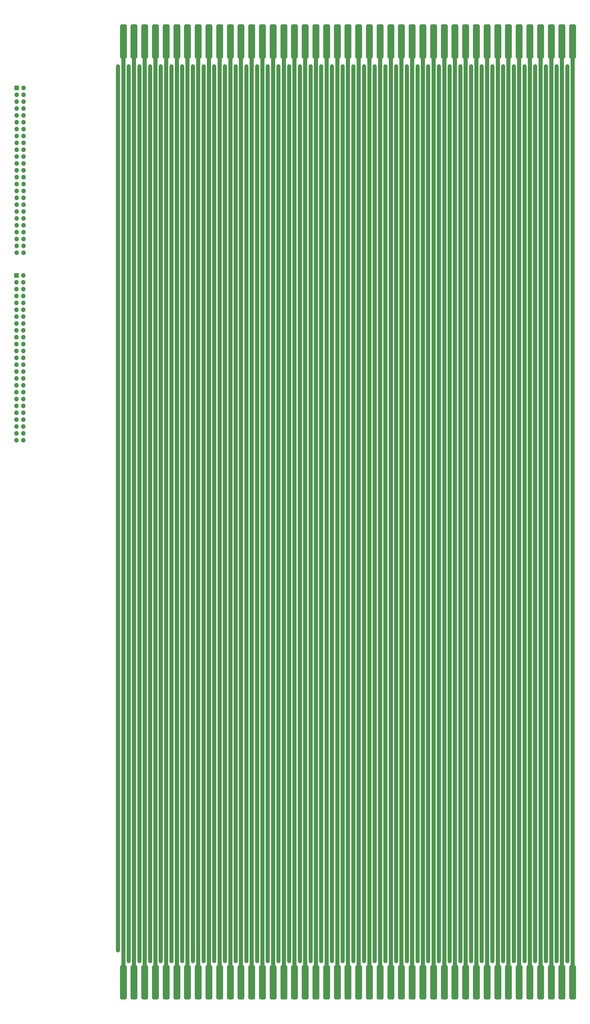
<source format=gbr>
%TF.GenerationSoftware,KiCad,Pcbnew,7.0.1*%
%TF.CreationDate,2024-03-02T20:17:55-05:00*%
%TF.ProjectId,SEM card breakout,53454d20-6361-4726-9420-627265616b6f,rev?*%
%TF.SameCoordinates,Original*%
%TF.FileFunction,Copper,L1,Top*%
%TF.FilePolarity,Positive*%
%FSLAX46Y46*%
G04 Gerber Fmt 4.6, Leading zero omitted, Abs format (unit mm)*
G04 Created by KiCad (PCBNEW 7.0.1) date 2024-03-02 20:17:55*
%MOMM*%
%LPD*%
G01*
G04 APERTURE LIST*
G04 Aperture macros list*
%AMRoundRect*
0 Rectangle with rounded corners*
0 $1 Rounding radius*
0 $2 $3 $4 $5 $6 $7 $8 $9 X,Y pos of 4 corners*
0 Add a 4 corners polygon primitive as box body*
4,1,4,$2,$3,$4,$5,$6,$7,$8,$9,$2,$3,0*
0 Add four circle primitives for the rounded corners*
1,1,$1+$1,$2,$3*
1,1,$1+$1,$4,$5*
1,1,$1+$1,$6,$7*
1,1,$1+$1,$8,$9*
0 Add four rect primitives between the rounded corners*
20,1,$1+$1,$2,$3,$4,$5,0*
20,1,$1+$1,$4,$5,$6,$7,0*
20,1,$1+$1,$6,$7,$8,$9,0*
20,1,$1+$1,$8,$9,$2,$3,0*%
G04 Aperture macros list end*
%TA.AperFunction,ConnectorPad*%
%ADD10RoundRect,0.635000X-0.635000X-5.715000X0.635000X-5.715000X0.635000X5.715000X-0.635000X5.715000X0*%
%TD*%
%TA.AperFunction,ComponentPad*%
%ADD11R,1.700000X1.700000*%
%TD*%
%TA.AperFunction,ComponentPad*%
%ADD12O,1.700000X1.700000*%
%TD*%
%TA.AperFunction,ViaPad*%
%ADD13C,0.800000*%
%TD*%
%TA.AperFunction,Conductor*%
%ADD14C,1.500000*%
%TD*%
G04 APERTURE END LIST*
D10*
%TO.P,J1,1,Pin_1*%
%TO.N,1*%
X65379600Y-344728800D03*
%TO.P,J1,2,Pin_2*%
%TO.N,2*%
X69342000Y-344728800D03*
%TO.P,J1,3,Pin_3*%
%TO.N,3*%
X73304400Y-344728800D03*
%TO.P,J1,4,Pin_4*%
%TO.N,4*%
X77266800Y-344728800D03*
%TO.P,J1,5,Pin_5*%
%TO.N,5*%
X81229200Y-344728800D03*
%TO.P,J1,6,Pin_6*%
%TO.N,6*%
X85191600Y-344728800D03*
%TO.P,J1,7,Pin_7*%
%TO.N,7*%
X89154000Y-344728800D03*
%TO.P,J1,8,Pin_8*%
%TO.N,8*%
X93116400Y-344728800D03*
%TO.P,J1,9,Pin_9*%
%TO.N,9*%
X97078800Y-344728800D03*
%TO.P,J1,10,Pin_10*%
%TO.N,10*%
X101041200Y-344728800D03*
%TO.P,J1,11,Pin_11*%
%TO.N,11*%
X105003600Y-344728800D03*
%TO.P,J1,12,Pin_12*%
%TO.N,12*%
X108966000Y-344728800D03*
%TO.P,J1,13,Pin_13*%
%TO.N,13*%
X112928400Y-344728800D03*
%TO.P,J1,14,Pin_14*%
%TO.N,14*%
X116890800Y-344728800D03*
%TO.P,J1,15,Pin_15*%
%TO.N,15*%
X120853200Y-344728800D03*
%TO.P,J1,16,Pin_16*%
%TO.N,16*%
X124815600Y-344728800D03*
%TO.P,J1,17,Pin_17*%
%TO.N,17*%
X128778000Y-344728800D03*
%TO.P,J1,18,Pin_18*%
%TO.N,18*%
X132740400Y-344728800D03*
%TO.P,J1,19,Pin_19*%
%TO.N,19*%
X136702800Y-344728800D03*
%TO.P,J1,20,Pin_20*%
%TO.N,20*%
X140665200Y-344728800D03*
%TO.P,J1,21,Pin_21*%
%TO.N,21*%
X144627600Y-344728800D03*
%TO.P,J1,22,Pin_22*%
%TO.N,22*%
X148590000Y-344728800D03*
%TO.P,J1,23,Pin_23*%
%TO.N,23*%
X152552400Y-344728800D03*
%TO.P,J1,24,Pin_24*%
%TO.N,24*%
X156514800Y-344728800D03*
%TO.P,J1,25,Pin_25*%
%TO.N,25*%
X160477200Y-344728800D03*
%TO.P,J1,26,Pin_26*%
%TO.N,26*%
X164439600Y-344728800D03*
%TO.P,J1,27,Pin_27*%
%TO.N,27*%
X168402000Y-344728800D03*
%TO.P,J1,28,Pin_28*%
%TO.N,28*%
X172364400Y-344728800D03*
%TO.P,J1,29,Pin_29*%
%TO.N,29*%
X176326800Y-344728800D03*
%TO.P,J1,30,Pin_30*%
%TO.N,30*%
X180289200Y-344728800D03*
%TO.P,J1,31,Pin_31*%
%TO.N,31*%
X184251600Y-344728800D03*
%TO.P,J1,32,Pin_32*%
%TO.N,32*%
X188214000Y-344728800D03*
%TO.P,J1,33,Pin_33*%
%TO.N,33*%
X192176400Y-344728800D03*
%TO.P,J1,34,Pin_34*%
%TO.N,34*%
X196138800Y-344728800D03*
%TO.P,J1,35,Pin_35*%
%TO.N,35*%
X200101200Y-344728800D03*
%TO.P,J1,36,Pin_36*%
%TO.N,36*%
X204063600Y-344728800D03*
%TO.P,J1,37,Pin_37*%
%TO.N,37*%
X208026000Y-344728800D03*
%TO.P,J1,38,Pin_38*%
%TO.N,38*%
X211988400Y-344728800D03*
%TO.P,J1,39,Pin_39*%
%TO.N,39*%
X215950800Y-344728800D03*
%TO.P,J1,40,Pin_40*%
%TO.N,40*%
X219913200Y-344728800D03*
%TO.P,J1,41,Pin_41*%
%TO.N,41*%
X223875600Y-344728800D03*
%TO.P,J1,42,Pin_42*%
%TO.N,42*%
X227838000Y-344728800D03*
%TO.P,J1,43,Pin_43*%
%TO.N,43*%
X231800400Y-344728800D03*
%TD*%
D11*
%TO.P,J4,1,Pin_1*%
%TO.N,26*%
X25755600Y-83210400D03*
D12*
%TO.P,J4,2,Pin_2*%
%TO.N,d*%
X28295600Y-83210400D03*
%TO.P,J4,3,Pin_3*%
%TO.N,27*%
X25755600Y-85750400D03*
%TO.P,J4,4,Pin_4*%
%TO.N,e*%
X28295600Y-85750400D03*
%TO.P,J4,5,Pin_5*%
%TO.N,28*%
X25755600Y-88290400D03*
%TO.P,J4,6,Pin_6*%
%TO.N,f*%
X28295600Y-88290400D03*
%TO.P,J4,7,Pin_7*%
%TO.N,29*%
X25755600Y-90830400D03*
%TO.P,J4,8,Pin_8*%
%TO.N,h*%
X28295600Y-90830400D03*
%TO.P,J4,9,Pin_9*%
%TO.N,30*%
X25755600Y-93370400D03*
%TO.P,J4,10,Pin_10*%
%TO.N,j*%
X28295600Y-93370400D03*
%TO.P,J4,11,Pin_11*%
%TO.N,31*%
X25755600Y-95910400D03*
%TO.P,J4,12,Pin_12*%
%TO.N,k*%
X28295600Y-95910400D03*
%TO.P,J4,13,Pin_13*%
%TO.N,32*%
X25755600Y-98450400D03*
%TO.P,J4,14,Pin_14*%
%TO.N,l*%
X28295600Y-98450400D03*
%TO.P,J4,15,Pin_15*%
%TO.N,33*%
X25755600Y-100990400D03*
%TO.P,J4,16,Pin_16*%
%TO.N,m*%
X28295600Y-100990400D03*
%TO.P,J4,17,Pin_17*%
%TO.N,34*%
X25755600Y-103530400D03*
%TO.P,J4,18,Pin_18*%
%TO.N,n*%
X28295600Y-103530400D03*
%TO.P,J4,19,Pin_19*%
%TO.N,35*%
X25755600Y-106070400D03*
%TO.P,J4,20,Pin_20*%
%TO.N,p*%
X28295600Y-106070400D03*
%TO.P,J4,21,Pin_21*%
%TO.N,36*%
X25755600Y-108610400D03*
%TO.P,J4,22,Pin_22*%
%TO.N,r*%
X28295600Y-108610400D03*
%TO.P,J4,23,Pin_23*%
%TO.N,37*%
X25755600Y-111150400D03*
%TO.P,J4,24,Pin_24*%
%TO.N,s*%
X28295600Y-111150400D03*
%TO.P,J4,25,Pin_25*%
%TO.N,38*%
X25755600Y-113690400D03*
%TO.P,J4,26,Pin_26*%
%TO.N,t*%
X28295600Y-113690400D03*
%TO.P,J4,27,Pin_27*%
%TO.N,39*%
X25755600Y-116230400D03*
%TO.P,J4,28,Pin_28*%
%TO.N,u*%
X28295600Y-116230400D03*
%TO.P,J4,29,Pin_29*%
%TO.N,40*%
X25755600Y-118770400D03*
%TO.P,J4,30,Pin_30*%
%TO.N,v*%
X28295600Y-118770400D03*
%TO.P,J4,31,Pin_31*%
%TO.N,41*%
X25755600Y-121310400D03*
%TO.P,J4,32,Pin_32*%
%TO.N,w*%
X28295600Y-121310400D03*
%TO.P,J4,33,Pin_33*%
%TO.N,42*%
X25755600Y-123850400D03*
%TO.P,J4,34,Pin_34*%
%TO.N,x*%
X28295600Y-123850400D03*
%TO.P,J4,35,Pin_35*%
%TO.N,43*%
X25755600Y-126390400D03*
%TO.P,J4,36,Pin_36*%
%TO.N,y*%
X28295600Y-126390400D03*
%TO.P,J4,37,Pin_37*%
%TO.N,unconnected-(J4-Pin_37-Pad37)*%
X25755600Y-128930400D03*
%TO.P,J4,38,Pin_38*%
%TO.N,unconnected-(J4-Pin_38-Pad38)*%
X28295600Y-128930400D03*
%TO.P,J4,39,Pin_39*%
%TO.N,unconnected-(J4-Pin_39-Pad39)*%
X25755600Y-131470400D03*
%TO.P,J4,40,Pin_40*%
%TO.N,unconnected-(J4-Pin_40-Pad40)*%
X28295600Y-131470400D03*
%TO.P,J4,41,Pin_41*%
%TO.N,unconnected-(J4-Pin_41-Pad41)*%
X25755600Y-134010400D03*
%TO.P,J4,42,Pin_42*%
%TO.N,unconnected-(J4-Pin_42-Pad42)*%
X28295600Y-134010400D03*
%TO.P,J4,43,Pin_43*%
%TO.N,unconnected-(J4-Pin_43-Pad43)*%
X25755600Y-136550400D03*
%TO.P,J4,44,Pin_44*%
%TO.N,unconnected-(J4-Pin_44-Pad44)*%
X28295600Y-136550400D03*
%TO.P,J4,45,Pin_45*%
%TO.N,unconnected-(J4-Pin_45-Pad45)*%
X25755600Y-139090400D03*
%TO.P,J4,46,Pin_46*%
%TO.N,unconnected-(J4-Pin_46-Pad46)*%
X28295600Y-139090400D03*
%TO.P,J4,47,Pin_47*%
%TO.N,unconnected-(J4-Pin_47-Pad47)*%
X25755600Y-141630400D03*
%TO.P,J4,48,Pin_48*%
%TO.N,unconnected-(J4-Pin_48-Pad48)*%
X28295600Y-141630400D03*
%TO.P,J4,49,Pin_49*%
%TO.N,unconnected-(J4-Pin_49-Pad49)*%
X25755600Y-144170400D03*
%TO.P,J4,50,Pin_50*%
%TO.N,unconnected-(J4-Pin_50-Pad50)*%
X28295600Y-144170400D03*
%TD*%
D11*
%TO.P,J3,1,Pin_1*%
%TO.N,1*%
X25921600Y-13868400D03*
D12*
%TO.P,J3,2,Pin_2*%
%TO.N,A*%
X28461600Y-13868400D03*
%TO.P,J3,3,Pin_3*%
%TO.N,2*%
X25921600Y-16408400D03*
%TO.P,J3,4,Pin_4*%
%TO.N,B*%
X28461600Y-16408400D03*
%TO.P,J3,5,Pin_5*%
%TO.N,3*%
X25921600Y-18948400D03*
%TO.P,J3,6,Pin_6*%
%TO.N,C*%
X28461600Y-18948400D03*
%TO.P,J3,7,Pin_7*%
%TO.N,4*%
X25921600Y-21488400D03*
%TO.P,J3,8,Pin_8*%
%TO.N,D*%
X28461600Y-21488400D03*
%TO.P,J3,9,Pin_9*%
%TO.N,5*%
X25921600Y-24028400D03*
%TO.P,J3,10,Pin_10*%
%TO.N,E*%
X28461600Y-24028400D03*
%TO.P,J3,11,Pin_11*%
%TO.N,6*%
X25921600Y-26568400D03*
%TO.P,J3,12,Pin_12*%
%TO.N,F*%
X28461600Y-26568400D03*
%TO.P,J3,13,Pin_13*%
%TO.N,7*%
X25921600Y-29108400D03*
%TO.P,J3,14,Pin_14*%
%TO.N,H*%
X28461600Y-29108400D03*
%TO.P,J3,15,Pin_15*%
%TO.N,8*%
X25921600Y-31648400D03*
%TO.P,J3,16,Pin_16*%
%TO.N,J*%
X28461600Y-31648400D03*
%TO.P,J3,17,Pin_17*%
%TO.N,9*%
X25921600Y-34188400D03*
%TO.P,J3,18,Pin_18*%
%TO.N,K*%
X28461600Y-34188400D03*
%TO.P,J3,19,Pin_19*%
%TO.N,10*%
X25921600Y-36728400D03*
%TO.P,J3,20,Pin_20*%
%TO.N,L*%
X28461600Y-36728400D03*
%TO.P,J3,21,Pin_21*%
%TO.N,11*%
X25921600Y-39268400D03*
%TO.P,J3,22,Pin_22*%
%TO.N,M*%
X28461600Y-39268400D03*
%TO.P,J3,23,Pin_23*%
%TO.N,12*%
X25921600Y-41808400D03*
%TO.P,J3,24,Pin_24*%
%TO.N,N*%
X28461600Y-41808400D03*
%TO.P,J3,25,Pin_25*%
%TO.N,13*%
X25921600Y-44348400D03*
%TO.P,J3,26,Pin_26*%
%TO.N,P*%
X28461600Y-44348400D03*
%TO.P,J3,27,Pin_27*%
%TO.N,14*%
X25921600Y-46888400D03*
%TO.P,J3,28,Pin_28*%
%TO.N,R*%
X28461600Y-46888400D03*
%TO.P,J3,29,Pin_29*%
%TO.N,15*%
X25921600Y-49428400D03*
%TO.P,J3,30,Pin_30*%
%TO.N,S*%
X28461600Y-49428400D03*
%TO.P,J3,31,Pin_31*%
%TO.N,16*%
X25921600Y-51968400D03*
%TO.P,J3,32,Pin_32*%
%TO.N,T*%
X28461600Y-51968400D03*
%TO.P,J3,33,Pin_33*%
%TO.N,17*%
X25921600Y-54508400D03*
%TO.P,J3,34,Pin_34*%
%TO.N,U*%
X28461600Y-54508400D03*
%TO.P,J3,35,Pin_35*%
%TO.N,18*%
X25921600Y-57048400D03*
%TO.P,J3,36,Pin_36*%
%TO.N,V*%
X28461600Y-57048400D03*
%TO.P,J3,37,Pin_37*%
%TO.N,19*%
X25921600Y-59588400D03*
%TO.P,J3,38,Pin_38*%
%TO.N,W*%
X28461600Y-59588400D03*
%TO.P,J3,39,Pin_39*%
%TO.N,20*%
X25921600Y-62128400D03*
%TO.P,J3,40,Pin_40*%
%TO.N,X*%
X28461600Y-62128400D03*
%TO.P,J3,41,Pin_41*%
%TO.N,21*%
X25921600Y-64668400D03*
%TO.P,J3,42,Pin_42*%
%TO.N,Y*%
X28461600Y-64668400D03*
%TO.P,J3,43,Pin_43*%
%TO.N,22*%
X25921600Y-67208400D03*
%TO.P,J3,44,Pin_44*%
%TO.N,Z*%
X28461600Y-67208400D03*
%TO.P,J3,45,Pin_45*%
%TO.N,23*%
X25921600Y-69748400D03*
%TO.P,J3,46,Pin_46*%
%TO.N,a*%
X28461600Y-69748400D03*
%TO.P,J3,47,Pin_47*%
%TO.N,24*%
X25921600Y-72288400D03*
%TO.P,J3,48,Pin_48*%
%TO.N,b*%
X28461600Y-72288400D03*
%TO.P,J3,49,Pin_49*%
%TO.N,25*%
X25921600Y-74828400D03*
%TO.P,J3,50,Pin_50*%
%TO.N,c*%
X28461600Y-74828400D03*
%TD*%
D10*
%TO.P,J2,1,Pin_1*%
%TO.N,1*%
X65379600Y3251200D03*
%TO.P,J2,2,Pin_2*%
%TO.N,2*%
X69342000Y3251200D03*
%TO.P,J2,3,Pin_3*%
%TO.N,3*%
X73304400Y3251200D03*
%TO.P,J2,4,Pin_4*%
%TO.N,4*%
X77266800Y3251200D03*
%TO.P,J2,5,Pin_5*%
%TO.N,5*%
X81229200Y3251200D03*
%TO.P,J2,6,Pin_6*%
%TO.N,6*%
X85191600Y3251200D03*
%TO.P,J2,7,Pin_7*%
%TO.N,7*%
X89154000Y3251200D03*
%TO.P,J2,8,Pin_8*%
%TO.N,8*%
X93116400Y3251200D03*
%TO.P,J2,9,Pin_9*%
%TO.N,9*%
X97078800Y3251200D03*
%TO.P,J2,10,Pin_10*%
%TO.N,10*%
X101041200Y3251200D03*
%TO.P,J2,11,Pin_11*%
%TO.N,11*%
X105003600Y3251200D03*
%TO.P,J2,12,Pin_12*%
%TO.N,12*%
X108966000Y3251200D03*
%TO.P,J2,13,Pin_13*%
%TO.N,13*%
X112928400Y3251200D03*
%TO.P,J2,14,Pin_14*%
%TO.N,14*%
X116890800Y3251200D03*
%TO.P,J2,15,Pin_15*%
%TO.N,15*%
X120853200Y3251200D03*
%TO.P,J2,16,Pin_16*%
%TO.N,16*%
X124815600Y3251200D03*
%TO.P,J2,17,Pin_17*%
%TO.N,17*%
X128778000Y3251200D03*
%TO.P,J2,18,Pin_18*%
%TO.N,18*%
X132740400Y3251200D03*
%TO.P,J2,19,Pin_19*%
%TO.N,19*%
X136702800Y3251200D03*
%TO.P,J2,20,Pin_20*%
%TO.N,20*%
X140665200Y3251200D03*
%TO.P,J2,21,Pin_21*%
%TO.N,21*%
X144627600Y3251200D03*
%TO.P,J2,22,Pin_22*%
%TO.N,22*%
X148590000Y3251200D03*
%TO.P,J2,23,Pin_23*%
%TO.N,23*%
X152552400Y3251200D03*
%TO.P,J2,24,Pin_24*%
%TO.N,24*%
X156514800Y3251200D03*
%TO.P,J2,25,Pin_25*%
%TO.N,25*%
X160477200Y3251200D03*
%TO.P,J2,26,Pin_26*%
%TO.N,26*%
X164439600Y3251200D03*
%TO.P,J2,27,Pin_27*%
%TO.N,27*%
X168402000Y3251200D03*
%TO.P,J2,28,Pin_28*%
%TO.N,28*%
X172364400Y3251200D03*
%TO.P,J2,29,Pin_29*%
%TO.N,29*%
X176326800Y3251200D03*
%TO.P,J2,30,Pin_30*%
%TO.N,30*%
X180289200Y3251200D03*
%TO.P,J2,31,Pin_31*%
%TO.N,31*%
X184251600Y3251200D03*
%TO.P,J2,32,Pin_32*%
%TO.N,32*%
X188214000Y3251200D03*
%TO.P,J2,33,Pin_33*%
%TO.N,33*%
X192176400Y3251200D03*
%TO.P,J2,34,Pin_34*%
%TO.N,34*%
X196138800Y3251200D03*
%TO.P,J2,35,Pin_35*%
%TO.N,35*%
X200101200Y3251200D03*
%TO.P,J2,36,Pin_36*%
%TO.N,36*%
X204063600Y3251200D03*
%TO.P,J2,37,Pin_37*%
%TO.N,37*%
X208026000Y3251200D03*
%TO.P,J2,38,Pin_38*%
%TO.N,38*%
X211988400Y3251200D03*
%TO.P,J2,39,Pin_39*%
%TO.N,39*%
X215950800Y3251200D03*
%TO.P,J2,40,Pin_40*%
%TO.N,40*%
X219913200Y3251200D03*
%TO.P,J2,41,Pin_41*%
%TO.N,41*%
X223875600Y3251200D03*
%TO.P,J2,42,Pin_42*%
%TO.N,42*%
X227838000Y3251200D03*
%TO.P,J2,43,Pin_43*%
%TO.N,43*%
X231800400Y3251200D03*
%TD*%
D13*
%TO.N,1*%
X65379600Y-11887200D03*
%TO.N,2*%
X69342000Y-14859000D03*
%TO.N,3*%
X73304400Y-17335500D03*
%TO.N,4*%
X77266800Y-19812000D03*
%TO.N,5*%
X81229200Y-22288500D03*
%TO.N,6*%
X85191600Y-25260300D03*
%TO.N,7*%
X89154000Y-27736800D03*
%TO.N,8*%
X93116400Y-30213300D03*
%TO.N,9*%
X97078800Y-32689800D03*
%TO.N,10*%
X101041200Y-35166300D03*
%TO.N,11*%
X105003600Y-37642800D03*
%TO.N,12*%
X108966000Y-40119300D03*
%TO.N,13*%
X112928400Y-42595800D03*
%TO.N,14*%
X116890800Y-45072300D03*
%TO.N,15*%
X120853200Y-47548800D03*
%TO.N,16*%
X124815600Y-50025300D03*
%TO.N,17*%
X128778000Y-52997100D03*
%TO.N,18*%
X132740400Y-55473600D03*
%TO.N,19*%
X136702800Y-57950100D03*
%TO.N,20*%
X140665200Y-60426600D03*
%TO.N,21*%
X144627600Y-62903100D03*
%TO.N,22*%
X148590000Y-65379600D03*
%TO.N,23*%
X152552400Y-68351400D03*
%TO.N,24*%
X156514800Y-70827900D03*
%TO.N,25*%
X160477200Y-73304400D03*
%TO.N,26*%
X164439600Y-81724500D03*
%TO.N,27*%
X168402000Y-84201000D03*
%TO.N,28*%
X172364400Y-86677500D03*
%TO.N,29*%
X176326800Y-89154000D03*
%TO.N,30*%
X180289200Y-91630500D03*
%TO.N,31*%
X184251600Y-94107000D03*
%TO.N,32*%
X188214000Y-96583500D03*
%TO.N,33*%
X192176400Y-99555300D03*
%TO.N,34*%
X196138800Y-101536500D03*
%TO.N,35*%
X200101200Y-104013000D03*
%TO.N,36*%
X204063600Y-106489500D03*
%TO.N,37*%
X208026000Y-109461300D03*
%TO.N,38*%
X211988400Y-111937800D03*
%TO.N,39*%
X215950800Y-113919000D03*
%TO.N,40*%
X219913200Y-116890800D03*
%TO.N,41*%
X223875600Y-119367300D03*
%TO.N,42*%
X227838000Y-122339100D03*
%TO.N,43*%
X231800400Y-124815600D03*
%TO.N,A*%
X63398400Y-13373100D03*
X63398400Y-332841600D03*
X63398400Y-5943600D03*
%TO.N,B*%
X67360800Y-5943600D03*
X67360800Y-15849600D03*
X67360800Y-336804000D03*
%TO.N,C*%
X71323200Y-18326100D03*
X71323200Y-336804000D03*
X71323200Y-5943600D03*
%TO.N,D*%
X75285600Y-5943600D03*
X75285600Y-20802600D03*
X75285600Y-336804000D03*
%TO.N,E*%
X79248000Y-23279100D03*
X79248000Y-5943600D03*
X79248000Y-336804000D03*
%TO.N,F*%
X83210400Y-5943600D03*
X83210400Y-26250900D03*
X83210400Y-336804000D03*
%TO.N,H*%
X87172800Y-28727400D03*
X87172800Y-336804000D03*
X87172800Y-5943600D03*
%TO.N,J*%
X91135200Y-5943600D03*
X91135200Y-336804000D03*
X91135200Y-31203900D03*
%TO.N,K*%
X95097600Y-336804000D03*
X95097600Y-5943600D03*
X95097600Y-33680400D03*
%TO.N,L*%
X99060000Y-5943600D03*
X99060000Y-336804000D03*
X99060000Y-36156900D03*
%TO.N,M*%
X103022400Y-336804000D03*
X103022400Y-5943600D03*
X103022400Y-38633400D03*
%TO.N,N*%
X106984800Y-336804000D03*
X106984800Y-5943600D03*
X106984800Y-41109900D03*
%TO.N,P*%
X110947200Y-336804000D03*
X110947200Y-5943600D03*
X110947200Y-43586400D03*
%TO.N,R*%
X114909600Y-46062900D03*
X114909600Y-336804000D03*
X114909600Y-5943600D03*
%TO.N,S*%
X118872000Y-5943600D03*
X118872000Y-336804000D03*
X118872000Y-48539400D03*
%TO.N,T*%
X122834400Y-5943600D03*
X122834400Y-51015900D03*
X122834400Y-336804000D03*
%TO.N,U*%
X126796800Y-53987700D03*
X126796800Y-5943600D03*
X126796800Y-336804000D03*
%TO.N,V*%
X130759200Y-56464200D03*
X130759200Y-336804000D03*
X130759200Y-5943600D03*
%TO.N,W*%
X134721600Y-5943600D03*
X134721600Y-336804000D03*
X134721600Y-58940700D03*
%TO.N,X*%
X138684000Y-61417200D03*
X138684000Y-5943600D03*
X138684000Y-336804000D03*
%TO.N,Y*%
X142646400Y-63893700D03*
X142646400Y-5943600D03*
X142646400Y-336804000D03*
%TO.N,Z*%
X146608800Y-66370200D03*
X146608800Y-336804000D03*
X146608800Y-5943600D03*
%TO.N,a*%
X150571200Y-336804000D03*
X150571200Y-5943600D03*
X150571200Y-69342000D03*
%TO.N,b*%
X154533600Y-71818500D03*
X154533600Y-5943600D03*
X154533600Y-336804000D03*
%TO.N,c*%
X158496000Y-74295000D03*
X158496000Y-5943600D03*
X158496000Y-336804000D03*
%TO.N,d*%
X162458400Y-82715100D03*
X162458400Y-336804000D03*
X162458400Y-5943600D03*
%TO.N,e*%
X166420800Y-5943600D03*
X166420800Y-336804000D03*
X166420800Y-85191600D03*
%TO.N,f*%
X170383200Y-87668100D03*
X170383200Y-5943600D03*
X170383200Y-336804000D03*
%TO.N,h*%
X174345600Y-90144600D03*
X174345600Y-5943600D03*
X174345600Y-336804000D03*
%TO.N,j*%
X178308000Y-5943600D03*
X178308000Y-92621100D03*
X178308000Y-336804000D03*
%TO.N,k*%
X182270400Y-5943600D03*
X182270400Y-336804000D03*
X182270400Y-95097600D03*
%TO.N,l*%
X186232800Y-336804000D03*
X186232800Y-5943600D03*
X186232800Y-97574100D03*
%TO.N,m*%
X190195200Y-5943600D03*
X190195200Y-336804000D03*
X190195200Y-100545900D03*
%TO.N,n*%
X194157600Y-103022400D03*
X194157600Y-5943600D03*
X194157600Y-336804000D03*
%TO.N,p*%
X198120000Y-5943600D03*
X198120000Y-336804000D03*
X198120000Y-105003600D03*
%TO.N,r*%
X202082400Y-5943600D03*
X202082400Y-336804000D03*
X202082400Y-107480100D03*
%TO.N,s*%
X206044800Y-336804000D03*
X206044800Y-5943600D03*
X206044800Y-110451900D03*
%TO.N,t*%
X210007200Y-112928400D03*
X210007200Y-5943600D03*
X210007200Y-336804000D03*
%TO.N,u*%
X213969600Y-114909600D03*
X213969600Y-336804000D03*
X213969600Y-5943600D03*
%TO.N,v*%
X217932000Y-5943600D03*
X217932000Y-117881400D03*
X217932000Y-336804000D03*
%TO.N,w*%
X221894400Y-120357900D03*
X221894400Y-5943600D03*
X221894400Y-336804000D03*
%TO.N,x*%
X225856800Y-336804000D03*
X225856800Y-123329700D03*
X225856800Y-5943600D03*
%TO.N,y*%
X229819200Y-125806200D03*
X229819200Y-5943600D03*
X229819200Y-336804000D03*
%TD*%
D14*
%TO.N,1*%
X65379600Y3251200D02*
X65379600Y-344728800D01*
%TO.N,2*%
X69342000Y-344728800D02*
X69342000Y3251200D01*
%TO.N,3*%
X73304400Y3251200D02*
X73304400Y-344728800D01*
%TO.N,4*%
X77266800Y-344728800D02*
X77266800Y3251200D01*
%TO.N,5*%
X81229200Y-344728800D02*
X81229200Y3251200D01*
%TO.N,6*%
X85191600Y3251200D02*
X85191600Y-25260300D01*
X85191600Y-25260300D02*
X85191600Y-344728800D01*
%TO.N,7*%
X89154000Y-27736800D02*
X89154000Y3251200D01*
X89154000Y-344728800D02*
X89154000Y-27736800D01*
%TO.N,8*%
X93116400Y-30213300D02*
X93116400Y-344728800D01*
X93116400Y3251200D02*
X93116400Y-30213300D01*
%TO.N,9*%
X97078800Y-344728800D02*
X97078800Y3251200D01*
%TO.N,10*%
X101041200Y3251200D02*
X101041200Y-344728800D01*
%TO.N,11*%
X105003600Y-344728800D02*
X105003600Y3251200D01*
%TO.N,12*%
X108966000Y3251200D02*
X108966000Y-344728800D01*
%TO.N,13*%
X112928400Y-344728800D02*
X112928400Y3251200D01*
%TO.N,14*%
X116890800Y3251200D02*
X116890800Y-344728800D01*
%TO.N,15*%
X120853200Y-344728800D02*
X120853200Y3251200D01*
%TO.N,16*%
X124815600Y3251200D02*
X124815600Y-344728800D01*
%TO.N,17*%
X128778000Y-344728800D02*
X128778000Y3251200D01*
%TO.N,18*%
X132740400Y3251200D02*
X132740400Y-344728800D01*
%TO.N,19*%
X136702800Y-344728800D02*
X136702800Y3251200D01*
%TO.N,20*%
X140665200Y-344728800D02*
X140665200Y3251200D01*
%TO.N,21*%
X144627600Y3251200D02*
X144627600Y-344728800D01*
%TO.N,22*%
X148590000Y-344728800D02*
X148590000Y3251200D01*
%TO.N,23*%
X152552400Y-68351400D02*
X152552400Y-344728800D01*
X152552400Y3251200D02*
X152552400Y-68351400D01*
%TO.N,24*%
X156514800Y-344728800D02*
X156514800Y3251200D01*
%TO.N,25*%
X160477200Y3251200D02*
X160477200Y-344728800D01*
%TO.N,26*%
X164439600Y-81724500D02*
X164439600Y3251200D01*
X164439600Y-344728800D02*
X164439600Y-81724500D01*
%TO.N,27*%
X168402000Y3251200D02*
X168402000Y-344728800D01*
%TO.N,28*%
X172364400Y-344728800D02*
X172364400Y3251200D01*
%TO.N,29*%
X176326800Y3251200D02*
X176326800Y-344728800D01*
%TO.N,30*%
X180289200Y-344728800D02*
X180289200Y3251200D01*
%TO.N,31*%
X184251600Y-344728800D02*
X184251600Y3251200D01*
%TO.N,32*%
X188214000Y-344728800D02*
X188214000Y3251200D01*
%TO.N,33*%
X192176400Y-344728800D02*
X192176400Y3251200D01*
%TO.N,34*%
X196138800Y-344728800D02*
X196138800Y3251200D01*
%TO.N,35*%
X200101200Y3251200D02*
X200101200Y-344728800D01*
%TO.N,36*%
X204063600Y-344728800D02*
X204063600Y3251200D01*
%TO.N,37*%
X208026000Y3251200D02*
X208026000Y-344728800D01*
%TO.N,38*%
X211988400Y-344728800D02*
X211988400Y3251200D01*
%TO.N,39*%
X215950800Y3251200D02*
X215950800Y-344728800D01*
%TO.N,40*%
X219913200Y3251200D02*
X219913200Y-344728800D01*
%TO.N,41*%
X223875600Y-344728800D02*
X223875600Y3251200D01*
%TO.N,42*%
X227838000Y3251200D02*
X227838000Y-344728800D01*
%TO.N,43*%
X231800400Y-344728800D02*
X231800400Y3251200D01*
%TO.N,A*%
X63398400Y-332841600D02*
X63398400Y-5943600D01*
%TO.N,B*%
X67360800Y-336804000D02*
X67360800Y-5943600D01*
%TO.N,C*%
X71323200Y-336804000D02*
X71323200Y-5943600D01*
%TO.N,D*%
X75285600Y-336804000D02*
X75285600Y-5943600D01*
%TO.N,E*%
X79248000Y-336804000D02*
X79248000Y-5943600D01*
%TO.N,F*%
X83210400Y-336804000D02*
X83210400Y-5943600D01*
%TO.N,H*%
X87172800Y-336804000D02*
X87172800Y-5943600D01*
%TO.N,J*%
X91135200Y-336804000D02*
X91135200Y-5943600D01*
%TO.N,K*%
X95097600Y-336804000D02*
X95097600Y-5943600D01*
%TO.N,L*%
X99060000Y-336804000D02*
X99060000Y-5943600D01*
%TO.N,M*%
X103022400Y-336804000D02*
X103022400Y-5943600D01*
%TO.N,N*%
X106984800Y-336804000D02*
X106984800Y-5943600D01*
%TO.N,P*%
X110947200Y-336804000D02*
X110947200Y-5943600D01*
%TO.N,R*%
X114909600Y-336804000D02*
X114909600Y-5943600D01*
%TO.N,S*%
X118872000Y-336804000D02*
X118872000Y-5943600D01*
%TO.N,T*%
X122834400Y-336804000D02*
X122834400Y-5943600D01*
%TO.N,U*%
X126796800Y-336804000D02*
X126796800Y-5943600D01*
%TO.N,V*%
X130759200Y-336804000D02*
X130759200Y-5943600D01*
%TO.N,W*%
X134721600Y-336804000D02*
X134721600Y-5943600D01*
%TO.N,X*%
X138684000Y-336804000D02*
X138684000Y-5943600D01*
%TO.N,Y*%
X142646400Y-336804000D02*
X142646400Y-5943600D01*
%TO.N,Z*%
X146608800Y-336804000D02*
X146608800Y-5943600D01*
%TO.N,a*%
X150571200Y-336804000D02*
X150571200Y-5943600D01*
%TO.N,b*%
X154533600Y-336804000D02*
X154533600Y-5943600D01*
%TO.N,c*%
X158496000Y-336804000D02*
X158496000Y-5943600D01*
%TO.N,d*%
X162458400Y-336804000D02*
X162458400Y-5943600D01*
%TO.N,e*%
X166420800Y-336804000D02*
X166420800Y-5943600D01*
%TO.N,f*%
X170383200Y-336804000D02*
X170383200Y-5943600D01*
%TO.N,h*%
X174345600Y-336804000D02*
X174345600Y-5943600D01*
%TO.N,j*%
X178308000Y-336804000D02*
X178308000Y-5943600D01*
%TO.N,k*%
X182270400Y-336804000D02*
X182270400Y-5943600D01*
%TO.N,l*%
X186232800Y-336804000D02*
X186232800Y-5943600D01*
%TO.N,m*%
X190195200Y-336804000D02*
X190195200Y-5943600D01*
%TO.N,n*%
X194157600Y-336804000D02*
X194157600Y-5943600D01*
%TO.N,p*%
X198120000Y-336804000D02*
X198120000Y-5943600D01*
%TO.N,r*%
X202082400Y-336804000D02*
X202082400Y-5943600D01*
%TO.N,s*%
X206044800Y-336804000D02*
X206044800Y-5943600D01*
%TO.N,t*%
X210007200Y-336804000D02*
X210007200Y-9906000D01*
X210007200Y-9906000D02*
X210007200Y-5943600D01*
%TO.N,u*%
X213969600Y-336804000D02*
X213969600Y-5943600D01*
%TO.N,v*%
X217932000Y-336804000D02*
X217932000Y-5943600D01*
%TO.N,w*%
X221894400Y-336804000D02*
X221894400Y-5943600D01*
%TO.N,x*%
X225856800Y-336804000D02*
X225856800Y-5943600D01*
%TO.N,y*%
X229819200Y-336804000D02*
X229819200Y-5943600D01*
%TD*%
M02*

</source>
